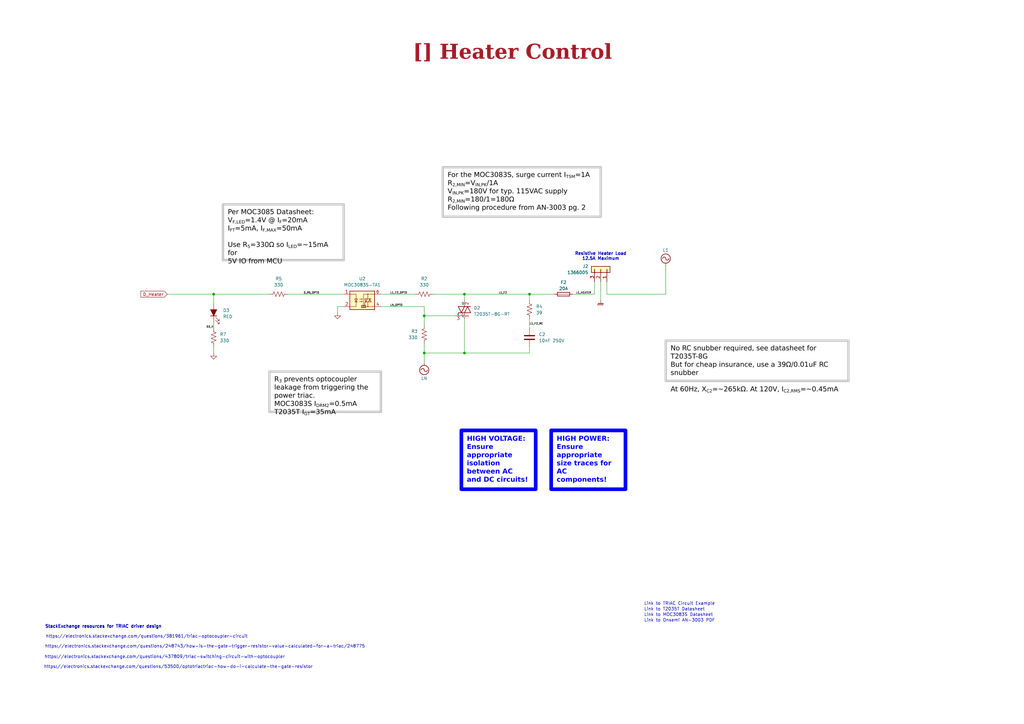
<source format=kicad_sch>
(kicad_sch (version 20250114) (generator "eeschema") (generator_version "9.0")
  (paper "A3")
  (title_block (title "Heater Control") (date "2025-08-28") (rev "${REVISION}") (company "${COMPANY}"))
  (lib_symbols
    (symbol "Connector_Generic:Conn_01x03" (pin_names (offset 1.016) (hide yes))
      (property "Reference" "J" (at 0 5.08 0))
      (property "Value" "Conn_01x03" (at 0 -5.08 0))
      (symbol "Conn_01x03_1_1"
        (rectangle (start -1.27 3.81) (end 1.27 -3.81) (stroke (width 0.254)) (fill (type background)))
        (rectangle (start -1.27 2.667) (end 0 2.413) (stroke (width 0.1524)))
        (rectangle (start -1.27 0.127) (end 0 -0.127) (stroke (width 0.1524)))
        (rectangle (start -1.27 -2.413) (end 0 -2.667) (stroke (width 0.1524)))
        (pin passive line (at -5.08 2.54 0) (length 3.81) (name "Pin_1") (number "1"))
        (pin passive line (at -5.08 0 0) (length 3.81) (name "Pin_2") (number "2"))
        (pin passive line (at -5.08 -2.54 0) (length 3.81) (name "Pin_3") (number "3"))
      )
    )
    (symbol "Device:C" (pin_numbers (hide yes)) (pin_names (offset 0.254))
      (property "Reference" "C" (at 0.635 2.54 0))
      (property "Value" "C" (at 0.635 -2.54 0))
      (symbol "C_0_1"
        (polyline (pts (xy -2.032 0.762) (xy 2.032 0.762)) (stroke (width 0.508)))
        (polyline (pts (xy -2.032 -0.762) (xy 2.032 -0.762)) (stroke (width 0.508)))
      )
      (symbol "C_1_1"
        (pin passive line (at 0 3.81 270) (length 2.794) (name "~") (number "1"))
        (pin passive line (at 0 -3.81 90) (length 2.794) (name "~") (number "2"))
      )
    )
    (symbol "Device:Fuse" (pin_numbers (hide yes)) (pin_names (offset 0))
      (property "Reference" "F" (at 2.032 0 90))
      (property "Value" "Fuse" (at -1.905 0 90))
      (symbol "Fuse_0_1"
        (rectangle (start -0.762 -2.54) (end 0.762 2.54) (stroke (width 0.254)))
        (polyline (pts (xy 0 2.54) (xy 0 -2.54)))
      )
      (symbol "Fuse_1_1"
        (pin passive line (at 0 3.81 270) (length 1.27) (name "~") (number "1"))
        (pin passive line (at 0 -3.81 90) (length 1.27) (name "~") (number "2"))
      )
    )
    (symbol "Device:LED_Filled" (pin_numbers (hide yes)) (pin_names (offset 1.016) (hide yes))
      (property "Reference" "D" (at 0 2.54 0))
      (property "Value" "LED_Filled" (at 0 -2.54 0))
      (property "Sim.Pins" "1=K 2=A" (at 0 0 0))
      (symbol "LED_Filled_0_1"
        (polyline (pts (xy -3.048 -0.762) (xy -4.572 -2.286) (xy -3.81 -2.286) (xy -4.572 -2.286) (xy -4.572 -1.524)))
        (polyline (pts (xy -1.778 -0.762) (xy -3.302 -2.286) (xy -2.54 -2.286) (xy -3.302 -2.286) (xy -3.302 -1.524)))
        (polyline (pts (xy -1.27 0) (xy 1.27 0)))
        (polyline (pts (xy -1.27 -1.27) (xy -1.27 1.27)) (stroke (width 0.254)))
        (polyline (pts (xy 1.27 -1.27) (xy 1.27 1.27) (xy -1.27 0) (xy 1.27 -1.27)) (stroke (width 0.254)) (fill (type outline)))
      )
      (symbol "LED_Filled_1_1"
        (pin passive line (at -3.81 0 0) (length 2.54) (name "K") (number "1"))
        (pin passive line (at 3.81 0 180) (length 2.54) (name "A") (number "2"))
      )
    )
    (symbol "Device:R_US" (pin_numbers (hide yes)) (pin_names (offset 0))
      (property "Reference" "R" (at 2.54 0 90))
      (property "Value" "R_US" (at -2.54 0 90))
      (symbol "R_US_0_1"
        (polyline (pts (xy 0 2.286) (xy 0 2.54)))
        (polyline (pts (xy 0 2.286) (xy 1.016 1.905) (xy 0 1.524) (xy -1.016 1.143) (xy 0 0.762)))
        (polyline (pts (xy 0 0.762) (xy 1.016 0.381) (xy 0 0) (xy -1.016 -0.381) (xy 0 -0.762)))
        (polyline (pts (xy 0 -0.762) (xy 1.016 -1.143) (xy 0 -1.524) (xy -1.016 -1.905) (xy 0 -2.286)))
        (polyline (pts (xy 0 -2.286) (xy 0 -2.54)))
      )
      (symbol "R_US_1_1"
        (pin passive line (at 0 3.81 270) (length 1.27) (name "~") (number "1"))
        (pin passive line (at 0 -3.81 90) (length 1.27) (name "~") (number "2"))
      )
    )
    (symbol "Relay_SolidState:MOC3083M"
      (property "Reference" "U" (at -5.08 5.08 0))
      (property "Value" "MOC3083M" (at 0 5.08 0))
      (symbol "MOC3083M_0_0"
        (rectangle (start -0.381 -2.032) (end 1.397 -3.048))
        (polyline (pts (xy 1.524 -0.635) (xy 1.016 -1.016) (xy 1.016 -2.032)))
        (polyline (pts (xy 2.286 -2.54) (xy 1.397 -2.54)))
        (text "ZCD" (at 0.508 -2.54 0) (effects (font (size 0.508 0.508))))
      )
      (symbol "MOC3083M_0_1"
        (rectangle (start -5.08 3.81) (end 5.08 -3.81) (stroke (width 0.254)) (fill (type background)))
        (polyline (pts (xy -5.08 2.54) (xy -2.54 2.54) (xy -2.54 -2.54) (xy -5.08 -2.54)))
        (polyline (pts (xy -3.175 -0.635) (xy -1.905 -0.635)))
        (polyline (pts (xy -2.54 -0.635) (xy -3.175 0.635) (xy -1.905 0.635) (xy -2.54 -0.635)))
        (polyline (pts (xy -1.143 0.508) (xy 0.127 0.508) (xy -0.254 0.381) (xy -0.254 0.635) (xy 0.127 0.508)))
        (polyline (pts (xy -1.143 -0.508) (xy 0.127 -0.508) (xy -0.254 -0.635) (xy -0.254 -0.381) (xy 0.127 -0.508)))
        (polyline (pts (xy 0.889 -0.635) (xy 3.683 -0.635) (xy 3.048 0.635) (xy 2.413 -0.635)))
        (polyline (pts (xy 1.524 -0.635) (xy 1.524 0.635)))
        (polyline (pts (xy 2.286 2.54) (xy 0.508 2.54) (xy 0.508 -2.032)))
        (circle (center 2.286 2.54) (radius 0.127))
        (polyline (pts (xy 2.286 0.635) (xy 2.286 2.54) (xy 5.08 2.54)))
        (polyline (pts (xy 2.286 -0.635) (xy 2.286 -2.54) (xy 5.08 -2.54)))
        (circle (center 2.286 -2.54) (radius 0.127))
        (polyline (pts (xy 3.048 0.635) (xy 3.048 -0.635)))
        (polyline (pts (xy 3.683 0.635) (xy 0.889 0.635) (xy 1.524 -0.635) (xy 2.159 0.635)))
      )
      (symbol "MOC3083M_1_1"
        (pin passive line (at -7.62 2.54 0) (length 2.54) (name "~") (number "1"))
        (pin passive line (at -7.62 -2.54 0) (length 2.54) (name "~") (number "2"))
        (pin no_connect line (at -5.08 0 0) (length 2.54) (hide yes) (name "NC") (number "3"))
        (pin no_connect line (at 5.08 0 180) (length 2.54) (hide yes) (name "NC") (number "5"))
        (pin passive line (at 7.62 2.54 180) (length 2.54) (name "~") (number "6"))
        (pin passive line (at 7.62 -2.54 180) (length 2.54) (name "~") (number "4"))
      )
    )
    (symbol "Triac_Thyristor:Generic_Triac_A1A2G" (pin_names (offset 0))
      (property "Reference" "D" (at 3.175 0.635 0))
      (property "Value" "Generic_Triac_A1A2G" (at 3.175 -1.27 0))
      (symbol "Generic_Triac_A1A2G_0_1"
        (polyline (pts (xy -2.54 1.27) (xy 2.54 1.27)) (stroke (width 0.254)))
        (polyline (pts (xy -2.54 1.27) (xy -1.27 -1.27) (xy 0 1.27)) (stroke (width 0.254)))
        (polyline (pts (xy -2.54 -1.27) (xy 2.54 -1.27)) (stroke (width 0.254)))
        (polyline (pts (xy -1.27 -2.54) (xy -0.635 -1.27)))
        (polyline (pts (xy 0 -1.27) (xy 1.27 1.27) (xy 2.54 -1.27)) (stroke (width 0.254)))
      )
      (symbol "Generic_Triac_A1A2G_1_1"
        (pin input line (at -3.81 -2.54 0) (length 2.54) (name "G") (number "3"))
        (pin passive line (at 0 3.81 270) (length 2.54) (name "A2") (number "2"))
        (pin passive line (at 0 -3.81 90) (length 2.54) (name "A1") (number "1"))
      )
    )
    (symbol "power:AC" (power) (pin_numbers (hide yes)) (pin_names (offset 0) (hide yes))
      (property "Value" "AC" (at 0 6.35 0))
      (symbol "AC_0_1"
        (arc (start -1.27 3.175) (mid -0.635 3.8073) (end 0 3.175) (stroke (width 0.254)))
        (circle (center 0 3.175) (radius 1.905) (stroke (width 0.254)))
        (polyline (pts (xy 0 0) (xy 0 1.27)))
        (arc (start 1.27 3.175) (mid 0.635 2.5427) (end 0 3.175) (stroke (width 0.254)))
      )
      (symbol "AC_1_1"
        (pin power_in line (at 0 0 90) (length 0) (name "~") (number "1"))
      )
    )
    (symbol "power:GND" (power) (pin_numbers (hide yes)) (pin_names (offset 0) (hide yes))
      (property "Value" "GND" (at 0 -3.81 0))
      (symbol "GND_0_1"
        (polyline (pts (xy 0 0) (xy 0 -1.27) (xy 1.27 -1.27) (xy 0 -2.54) (xy -1.27 -1.27) (xy 0 -1.27)))
      )
      (symbol "GND_1_1"
        (pin power_in line (at 0 0 270) (length 0) (name "~") (number "1"))
      )
    )
    (symbol "power:GNDPWR" (power) (pin_numbers (hide yes)) (pin_names (offset 0) (hide yes))
      (property "Value" "GNDPWR" (at 0 -3.302 0))
      (symbol "GNDPWR_0_1"
        (polyline (pts (xy -1.016 -1.27) (xy -1.27 -2.032) (xy -1.27 -2.032)) (stroke (width 0.2032)))
        (polyline (pts (xy -0.508 -1.27) (xy -0.762 -2.032) (xy -0.762 -2.032)) (stroke (width 0.2032)))
        (polyline (pts (xy 0 -1.27) (xy 0 0)))
        (polyline (pts (xy 0 -1.27) (xy -0.254 -2.032) (xy -0.254 -2.032)) (stroke (width 0.2032)))
        (polyline (pts (xy 0.508 -1.27) (xy 0.254 -2.032) (xy 0.254 -2.032)) (stroke (width 0.2032)))
        (polyline (pts (xy 1.016 -1.27) (xy -1.016 -1.27) (xy -1.016 -1.27)) (stroke (width 0.2032)))
        (polyline (pts (xy 1.016 -1.27) (xy 0.762 -2.032) (xy 0.762 -2.032) (xy 0.762 -2.032)) (stroke (width 0.2032)))
      )
      (symbol "GNDPWR_1_1"
        (pin power_in line (at 0 0 270) (length 0) (name "~") (number "1"))
      )
    )
  )
  (text "Link to MOC3083S Datasheet" (at 264.16 252.222 0) (effects (font (size 1.27 1.27)) (justify left)))
  (text "Link to Onsemi AN-3003 PDF" (at 264.16 254.508 0) (effects (font (size 1.27 1.27)) (justify left)))
  (text "https://electronics.stackexchange.com/questions/381961/triac-optocoupler-circuit" (at 60.198 261.112 0) (effects (font (size 1.27 1.27))))
  (text "StackExchange resources for TRIAC driver design" (at 42.418 257.048 0) (effects (font (size 1.27 1.27) (thickness 0.254) (bold yes))))
  (text "https://electronics.stackexchange.com/questions/53500/optotriactriac-how-do-i-calculate-the-gate-resistor" (at 73.152 273.558 0) (effects (font (size 1.27 1.27))))
  (text "Link to T2035T Datasheet" (at 264.16 249.936 0) (effects (font (size 1.27 1.27)) (justify left)))
  (text "Resistive Heater Load\n12.5A Maximum" (at 246.38 105.156 0) (effects (font (size 1.27 1.27) (thickness 0.254) (bold yes))))
  (text "https://electronics.stackexchange.com/questions/248743/how-is-the-gate-trigger-resistor-value-calculated-for-a-triac/248775" (at 84.074 265.176 0) (effects (font (size 1.27 1.27))))
  (text "https://electronics.stackexchange.com/questions/437809/triac-switching-circuit-with-optocoupler" (at 67.564 269.494 0) (effects (font (size 1.27 1.27))))
  (text "Link to TRIAC Circuit Example" (at 264.16 247.65 0) (effects (font (size 1.27 1.27)) (justify left)))
  (text_box "For the MOC3083S, surge current I_{TSM}=1A\nR_{2,MIN}=V_{IN,PK}/1A\nV_{IN,PK}=180V for typ. 115VAC supply\nR_{2,MIN}=180/1=180Ω\nFollowing procedure from AN-3003 pg. 2" (at 181.61 68.58 0) (size 64.77 20.32) (margins 2 2 2 2) (stroke (width 1) (color 200 200 200 1)) (effects (font (size 2 2)) (justify left top)))
  (text_box "HIGH VOLTAGE:\nEnsure appropriate isolation between AC and DC circuits!" (at 189.23 176.53 0) (size 30.48 24.13) (margins 2.25 2.25 2.25 2.25) (stroke (width 1.5) (color 0 0 255 1)) (effects (font (size 2 2) (thickness 0.4) (bold yes)) (justify left top)))
  (text_box "Per MOC3085 Datasheet:\nV_{F,LED}=1.4V @ I_{F}=20mA\nI_{FT}=5mA, I_{F,MAX}=50mA\n\nUse R_{5}=330Ω so I_{LED}=~15mA for\n5V IO from MCU" (at 91.44 83.82 0) (size 49.53 22.86) (margins 2 2 2 2) (stroke (width 1) (color 200 200 200 1)) (effects (font (size 2 2)) (justify left top)))
  (text_box "[${#}] ${TITLE}" (at 10.16 15.24 0) (size 400.05 12.7) (margins 4.4999 4.4999 4.4999 4.4999) (stroke (width -0.0001)) (effects (font (size 6 6) (thickness 1.2) (bold yes))))
  (text_box "R_{3} prevents optocoupler leakage from triggering the power triac.\nMOC3083S I_{DRM2}=0.5mA\nT2035T I_{GT}=35mA" (at 110.49 152.4 0) (size 45.72 16.51) (margins 2 2 2 2) (stroke (width 1) (color 200 200 200 1)) (effects (font (size 2 2)) (justify left top)))
  (text_box "No RC snubber required, see datasheet for T2035T-8G\nBut for cheap insurance, use a 39Ω/0.01uF RC snubber\n\nAt 60Hz, X_{C2}=~265kΩ. At 120V, I_{C2,RMS}=~0.45mA\n" (at 273.05 139.7 0) (size 74.93 16.51) (margins 2 2 2 2) (stroke (width 1) (color 200 200 200 1)) (effects (font (size 2 2)) (justify left top)))
  (text_box "HIGH POWER:\nEnsure appropriate size traces for AC components!" (at 226.06 176.53 0) (size 30.48 24.13) (margins 2.25 2.25 2.25 2.25) (stroke (width 1.5) (color 0 0 255 1)) (effects (font (size 2 2) (thickness 0.4) (bold yes)) (justify left top)))
  (junction (at 190.5 144.78))
  (junction (at 173.99 129.54))
  (junction (at 217.17 120.65))
  (junction (at 190.5 120.65))
  (junction (at 87.63 120.65))
  (junction (at 173.99 144.78))
  (wire (pts (xy 173.99 125.73) (xy 156.21 125.73)))
  (wire (pts (xy 177.8 120.65) (xy 190.5 120.65)))
  (wire (pts (xy 140.97 125.73) (xy 138.43 125.73)))
  (wire (pts (xy 243.84 115.57) (xy 243.84 120.65)))
  (wire (pts (xy 173.99 129.54) (xy 173.99 125.73)))
  (wire (pts (xy 190.5 130.81) (xy 190.5 144.78)))
  (wire (pts (xy 138.43 125.73) (xy 138.43 128.27)))
  (wire (pts (xy 273.05 109.22) (xy 273.05 120.65)))
  (wire (pts (xy 87.63 124.46) (xy 87.63 120.65)))
  (wire (pts (xy 156.21 120.65) (xy 170.18 120.65)))
  (wire (pts (xy 173.99 144.78) (xy 173.99 148.59)))
  (wire (pts (xy 173.99 129.54) (xy 173.99 133.35)))
  (wire (pts (xy 248.92 120.65) (xy 248.92 115.57)))
  (wire (pts (xy 217.17 130.81) (xy 217.17 134.62)))
  (wire (pts (xy 190.5 144.78) (xy 217.17 144.78)))
  (wire (pts (xy 217.17 123.19) (xy 217.17 120.65)))
  (wire (pts (xy 87.63 132.08) (xy 87.63 134.62)))
  (wire (pts (xy 246.38 115.57) (xy 246.38 123.19)))
  (wire (pts (xy 68.58 120.65) (xy 87.63 120.65)))
  (wire (pts (xy 243.84 120.65) (xy 234.95 120.65)))
  (wire (pts (xy 217.17 120.65) (xy 227.33 120.65)))
  (wire (pts (xy 87.63 120.65) (xy 110.49 120.65)))
  (wire (pts (xy 118.11 120.65) (xy 140.97 120.65)))
  (wire (pts (xy 87.63 142.24) (xy 87.63 144.78)))
  (wire (pts (xy 186.69 129.54) (xy 173.99 129.54)))
  (wire (pts (xy 190.5 123.19) (xy 190.5 120.65)))
  (wire (pts (xy 173.99 144.78) (xy 173.99 140.97)))
  (wire (pts (xy 273.05 120.65) (xy 248.92 120.65)))
  (wire (pts (xy 173.99 144.78) (xy 190.5 144.78)))
  (wire (pts (xy 217.17 142.24) (xy 217.17 144.78)))
  (wire (pts (xy 190.5 120.65) (xy 217.17 120.65)))
  (label "D3_K" (at 87.63 134.62 180) (effects (font (size 0.762 0.762))))
  (label "L1_F2_RC" (at 217.17 133.35 0) (effects (font (size 0.762 0.762))))
  (label "L1_F2_OPTO" (at 160.02 120.65 0) (effects (font (size 0.762 0.762))))
  (label "L1_HEATER" (at 236.22 120.65 0) (effects (font (size 0.762 0.762))))
  (label "LN_OPTO" (at 160.02 125.73 0) (effects (font (size 0.762 0.762))))
  (label "D_R5_OPTO" (at 124.46 120.65 0) (effects (font (size 0.762 0.762))))
  (label "L1_F2" (at 204.47 120.65 0) (effects (font (size 0.762 0.762))))
  (global_label "D_Heater" (shape input) (at 68.58 120.65 180) (property "Intersheetrefs" "${INTERSHEET_REFS}" (effects (hide yes))))
  (symbol (lib_id "Device:R_US") (at 173.99 137.16 0) (mirror x) (unit 1)
    (property "Reference" "R3" (at 171.329 135.8899 0) (effects (justify right)))
    (property "Value" "330" (at 171.329 138.4299 0) (effects (justify right)))
    (property "Footprint" "Resistor_SMD:R_2512_6332Metric_Pad1.40x3.35mm_HandSolder" (effects (hide yes)))
    (property "Description" "Resistor, US symbol" (effects (hide yes)))
  )
  (symbol (lib_id "Device:C") (at 217.17 138.43 0) (unit 1)
    (property "Reference" "C2" (at 220.98 137.1599 0) (effects (justify left)))
    (property "Value" "10nF 250V" (at 220.98 139.6999 0) (effects (justify left)))
    (property "Footprint" "Capacitor_SMD:C_1206_3216Metric_Pad1.33x1.80mm_HandSolder" (effects (hide yes)))
    (property "Description" "Unpolarized capacitor" (effects (hide yes)))
  )
  (symbol (lib_id "Device:R_US") (at 217.17 127 180) (unit 1)
    (property "Reference" "R4" (at 219.831 125.7299 0) (effects (justify right)))
    (property "Value" "39" (at 219.831 128.2699 0) (effects (justify right)))
    (property "Footprint" "Resistor_SMD:R_2512_6332Metric_Pad1.40x3.35mm_HandSolder" (effects (hide yes)))
    (property "Description" "Resistor, US symbol" (effects (hide yes)))
  )
  (symbol (lib_id "power:GND") (at 138.43 128.27 0) (unit 1)
    (property "Reference" "#PWR09" (effects (hide yes)))
    (property "Value" "GND" (effects (hide yes)))
    (property "Description" "Power symbol creates a global label with name \"GND\" , ground" (effects (hide yes)))
  )
  (symbol (lib_id "Connector_Generic:Conn_01x03") (at 246.38 110.49 270) (mirror x) (unit 1)
    (property "Reference" "J2" (at 241.3 109.2199 90) (effects (justify right)))
    (property "Value" "1366005" (at 241.3 111.7599 90) (effects (justify right)))
    (property "Footprint" "PhoenixContact_SPTA:SPTA-THR 2.53-5.0 P26" (effects (hide yes)))
    (property "Description" "Generic connector, single row, 01x03, script generated (kicad-library-utils/schlib/autogen/connector/)" (effects (hide yes)))
  )
  (symbol (lib_id "Device:R_US") (at 87.63 138.43 0) (unit 1)
    (property "Reference" "R7" (at 90.17 137.1599 0) (effects (justify left)))
    (property "Value" "330" (at 90.17 139.6999 0) (effects (justify left)))
    (property "Footprint" "Resistor_SMD:R_0603_1608Metric_Pad0.98x0.95mm_HandSolder" (effects (hide yes)))
    (property "Description" "Resistor, US symbol" (effects (hide yes)))
  )
  (symbol (lib_id "Triac_Thyristor:Generic_Triac_A1A2G") (at 190.5 127 0) (unit 1)
    (property "Reference" "D2" (at 194.31 126.3014 0) (effects (justify left)))
    (property "Value" "T2035T-8G-RT" (at 194.31 128.8414 0) (effects (justify left)))
    (property "Footprint" "Package_TO_SOT_SMD:TO-263-2" (effects (hide yes)))
    (property "Description" "Triode for alternating current, anode1/anode2/gate" (effects (hide yes)))
  )
  (symbol (lib_id "power:GNDPWR") (at 246.38 123.19 0) (unit 1)
    (property "Reference" "#PWR06" (effects (hide yes)))
    (property "Value" "GNDPWR" (effects (hide yes)))
    (property "Description" "Power symbol creates a global label with name \"GNDPWR\" , global ground" (effects (hide yes)))
  )
  (symbol (lib_id "power:GND") (at 87.63 144.78 0) (unit 1)
    (property "Reference" "#PWR018" (effects (hide yes)))
    (property "Value" "GND" (effects (hide yes)))
    (property "Description" "Power symbol creates a global label with name \"GND\" , ground" (effects (hide yes)))
  )
  (symbol (lib_id "power:AC") (at 173.99 148.59 180) (unit 1)
    (property "Reference" "#PWR08" (effects (hide yes)))
    (property "Value" "LN" (at 173.99 155.194 0))
    (property "Description" "Power symbol creates a global label with name \"AC\"" (effects (hide yes)))
  )
  (symbol (lib_id "Device:R_US") (at 114.3 120.65 90) (unit 1)
    (property "Reference" "R5" (at 114.3 114.3 90))
    (property "Value" "330" (at 114.3 116.84 90))
    (property "Footprint" "Resistor_SMD:R_0603_1608Metric_Pad0.98x0.95mm_HandSolder" (effects (hide yes)))
    (property "Description" "Resistor, US symbol" (effects (hide yes)))
  )
  (symbol (lib_id "Device:LED_Filled") (at 87.63 128.27 90) (unit 1)
    (property "Reference" "D3" (at 91.44 127.3174 90) (effects (justify right)))
    (property "Value" "RED" (at 91.44 129.8574 90) (effects (justify right)))
    (property "Footprint" "LED_SMD:LED_0603_1608Metric_Pad1.05x0.95mm_HandSolder" (effects (hide yes)))
    (property "Description" "Light emitting diode, filled shape" (effects (hide yes)))
  )
  (symbol (lib_id "Device:Fuse") (at 231.14 120.65 90) (unit 1)
    (property "Reference" "F2" (at 231.14 115.824 90))
    (property "Value" "20A" (at 231.14 118.364 90))
    (property "Footprint" "Fuse:Fuse_Blade_ATO_directSolder" (effects (hide yes)))
    (property "Description" "Fuse" (effects (hide yes)))
  )
  (symbol (lib_id "power:AC") (at 273.05 109.22 0) (unit 1)
    (property "Reference" "#PWR07" (effects (hide yes)))
    (property "Value" "L1" (at 273.05 102.616 0))
    (property "Description" "Power symbol creates a global label with name \"AC\"" (effects (hide yes)))
  )
  (symbol (lib_id "Device:R_US") (at 173.99 120.65 90) (unit 1)
    (property "Reference" "R2" (at 173.99 114.3 90))
    (property "Value" "330" (at 173.99 116.84 90))
    (property "Footprint" "Resistor_SMD:R_2512_6332Metric_Pad1.40x3.35mm_HandSolder" (effects (hide yes)))
    (property "Description" "Resistor, US symbol" (effects (hide yes)))
  )
  (symbol (lib_id "Relay_SolidState:MOC3083M") (at 148.59 123.19 0) (unit 1)
    (property "Reference" "U2" (at 148.59 114.3 0))
    (property "Value" "MOC3083S-TA1" (at 148.59 116.84 0))
    (property "Footprint" "Package_DIP:SMDIP-6_W9.53mm" (effects (hide yes)))
    (property "Datasheet" "https://www.onsemi.com/pub/Collateral/MOC3083M-D.PDF" (effects (hide yes)))
    (property "Description" "Zero Cross Opto-Triac, Vdrm 800V, Ift 5mA, DIP6" (effects (hide yes)))
  )
)
</source>
